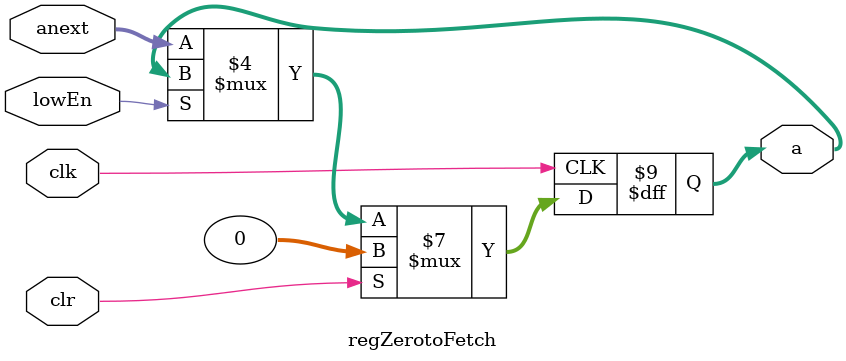
<source format=sv>
`timescale 1ns / 1ps


module regZerotoFetch(
input logic clk, lowEn, clr,
input logic [31:0] anext,
output logic [31:0] a
    ); 
    
    always_ff@(posedge clk)
    begin
        if(clr) a<=0;
        else if(~lowEn) a<=anext;
        else a<=a;
    end

endmodule

</source>
